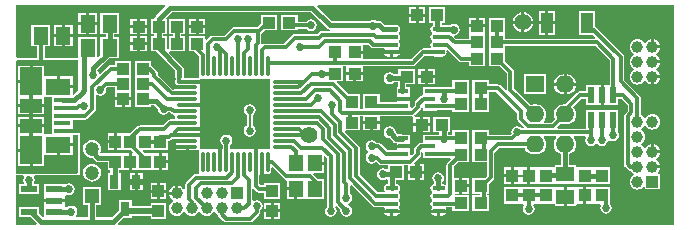
<source format=gtl>
G04 Layer_Physical_Order=1*
G04 Layer_Color=255*
%FSLAX23Y23*%
%MOIN*%
G70*
G01*
G75*
%ADD10R,0.043X0.039*%
%ADD11R,0.022X0.057*%
%ADD12R,0.057X0.022*%
%ADD13R,0.039X0.043*%
%ADD14R,0.051X0.059*%
%ADD15R,0.039X0.067*%
%ADD16O,0.012X0.071*%
%ADD17O,0.071X0.012*%
%ADD18R,0.033X0.016*%
%ADD19R,0.047X0.055*%
%ADD20R,0.075X0.094*%
%ADD21R,0.075X0.046*%
%ADD22R,0.054X0.018*%
%ADD23R,0.083X0.058*%
%ADD24R,0.059X0.051*%
%ADD25O,0.041X0.016*%
%ADD26R,0.031X0.047*%
%ADD27C,0.016*%
%ADD28C,0.012*%
%ADD29C,0.008*%
%ADD30C,0.020*%
%ADD31C,0.014*%
%ADD32C,0.055*%
%ADD33C,0.039*%
%ADD34R,0.039X0.039*%
%ADD35R,0.039X0.039*%
%ADD36O,0.062X0.055*%
%ADD37R,0.062X0.055*%
%ADD38C,0.047*%
%ADD39R,0.047X0.047*%
%ADD40C,0.027*%
G36*
X2352Y850D02*
X501D01*
X499Y855D01*
X517Y873D01*
X546D01*
Y879D01*
X608D01*
Y867D01*
X660D01*
Y922D01*
X608D01*
Y911D01*
X546D01*
Y932D01*
X502D01*
Y898D01*
X478Y874D01*
X427D01*
Y915D01*
X443D01*
Y974D01*
X383D01*
Y915D01*
X399D01*
Y874D01*
X360D01*
X358Y878D01*
X358Y879D01*
X362Y885D01*
X364Y893D01*
X362Y901D01*
X358Y907D01*
X352Y911D01*
X344Y913D01*
X336Y911D01*
X330Y907D01*
X330Y907D01*
X325D01*
X322Y909D01*
Y913D01*
X322Y914D01*
Y925D01*
X253D01*
Y914D01*
X253Y913D01*
Y909D01*
X253Y908D01*
Y878D01*
X248Y876D01*
X237Y887D01*
Y909D01*
X168D01*
Y876D01*
X208D01*
X229Y855D01*
X227Y850D01*
X161D01*
Y1014D01*
X184D01*
X187Y1009D01*
X185Y1006D01*
X183Y998D01*
X185Y990D01*
X186Y989D01*
X183Y984D01*
X168D01*
Y951D01*
X237D01*
Y984D01*
X223D01*
X220Y989D01*
X221Y990D01*
X223Y998D01*
X221Y1006D01*
X219Y1009D01*
X222Y1014D01*
X364D01*
X368Y1015D01*
X372Y1019D01*
X374Y1024D01*
Y1149D01*
X372Y1154D01*
X367Y1156D01*
X348D01*
X348Y1156D01*
Y1157D01*
X314D01*
Y1167D01*
X348D01*
Y1200D01*
X390D01*
X390Y1200D01*
X395Y1201D01*
X399Y1204D01*
X422Y1227D01*
X425Y1231D01*
X426Y1236D01*
X426Y1236D01*
Y1281D01*
X431Y1283D01*
X433Y1282D01*
X441Y1280D01*
X449Y1282D01*
X455Y1286D01*
X459Y1292D01*
X461Y1300D01*
X460Y1303D01*
X464Y1307D01*
X489D01*
Y1293D01*
X489D01*
Y1274D01*
X544D01*
Y1295D01*
X544D01*
Y1343D01*
Y1395D01*
X489D01*
Y1382D01*
X475D01*
X475Y1382D01*
X470Y1381D01*
X466Y1379D01*
X466Y1379D01*
X441Y1353D01*
X436Y1355D01*
X435Y1357D01*
X431Y1363D01*
Y1365D01*
X471Y1405D01*
X504D01*
Y1476D01*
X487D01*
Y1485D01*
X504D01*
Y1556D01*
X441D01*
Y1485D01*
X458D01*
Y1476D01*
X441D01*
Y1415D01*
X434Y1408D01*
X429Y1410D01*
Y1476D01*
X366D01*
Y1410D01*
X362Y1406D01*
X255Y1406D01*
Y1444D01*
X274D01*
Y1516D01*
X211D01*
Y1444D01*
X230D01*
Y1410D01*
X227Y1406D01*
X165D01*
X161Y1409D01*
Y1582D01*
X655D01*
X657Y1577D01*
X625Y1545D01*
X622Y1541D01*
X621Y1536D01*
X608D01*
Y1484D01*
X621D01*
Y1479D01*
X608D01*
Y1427D01*
X626D01*
X690Y1363D01*
Y1345D01*
X691Y1340D01*
X692Y1338D01*
Y1334D01*
X690Y1331D01*
X689Y1326D01*
X690Y1322D01*
X692Y1318D01*
Y1315D01*
X690Y1312D01*
X731D01*
Y1302D01*
X687D01*
X686Y1301D01*
X682Y1300D01*
X633Y1349D01*
Y1353D01*
X632Y1358D01*
X630Y1362D01*
X630Y1362D01*
X614Y1378D01*
X611Y1379D01*
Y1395D01*
X556D01*
Y1343D01*
Y1293D01*
Y1243D01*
X611D01*
Y1249D01*
X619D01*
X632Y1236D01*
X634Y1228D01*
X638Y1222D01*
X644Y1218D01*
X652Y1216D01*
X660Y1218D01*
X666Y1222D01*
X667Y1224D01*
X672Y1224D01*
X677Y1219D01*
X677Y1219D01*
X681Y1217D01*
X685Y1216D01*
X686D01*
X689Y1211D01*
X689Y1208D01*
X689Y1206D01*
X686Y1201D01*
X674D01*
X669Y1200D01*
X665Y1197D01*
X665Y1197D01*
X649Y1181D01*
X573D01*
X568Y1180D01*
X564Y1178D01*
X564Y1178D01*
X541Y1154D01*
X515D01*
Y1154D01*
X496D01*
Y1126D01*
Y1099D01*
X517D01*
Y1099D01*
X543D01*
X550Y1092D01*
X548Y1087D01*
X546D01*
Y1060D01*
Y1032D01*
X617D01*
Y1032D01*
X636D01*
Y1060D01*
Y1087D01*
X615D01*
Y1087D01*
X589D01*
X582Y1094D01*
X584Y1099D01*
X667D01*
Y1127D01*
X670Y1130D01*
X675Y1131D01*
X679Y1133D01*
X682Y1136D01*
X687Y1136D01*
X688Y1134D01*
X731D01*
Y1124D01*
X690D01*
X692Y1121D01*
Y1118D01*
X690Y1115D01*
X731D01*
Y1110D01*
X736D01*
Y1098D01*
X760D01*
X765Y1099D01*
X768Y1099D01*
X770Y1098D01*
X771Y1093D01*
X770Y1088D01*
Y1029D01*
X771Y1024D01*
X771Y1023D01*
X769Y1018D01*
X760D01*
X755Y1017D01*
X751Y1015D01*
X751Y1015D01*
X726Y990D01*
X724Y986D01*
X723Y981D01*
X723Y981D01*
Y968D01*
X718Y967D01*
X717Y968D01*
X713Y973D01*
X708Y977D01*
X702Y980D01*
X700Y980D01*
Y955D01*
X695D01*
Y950D01*
X670D01*
X670Y948D01*
X673Y942D01*
X677Y937D01*
X682Y933D01*
X682Y930D01*
Y930D01*
X682Y927D01*
X677Y923D01*
X673Y918D01*
X670Y912D01*
X669Y905D01*
X670Y898D01*
X673Y892D01*
X677Y887D01*
X682Y883D01*
X688Y880D01*
X695Y879D01*
X702Y880D01*
X708Y883D01*
X713Y887D01*
X717Y892D01*
X720Y892D01*
X720D01*
X723Y892D01*
X727Y887D01*
X732Y883D01*
X738Y880D01*
X745Y879D01*
X752Y880D01*
X758Y883D01*
X763Y887D01*
X767Y892D01*
X770Y892D01*
X770D01*
X773Y892D01*
X777Y887D01*
X782Y883D01*
X788Y880D01*
X795Y879D01*
X802Y880D01*
X808Y883D01*
X813Y887D01*
X817Y892D01*
X820Y892D01*
X820D01*
X823Y892D01*
X827Y887D01*
X832Y883D01*
X833Y882D01*
X834Y880D01*
X836Y876D01*
X851Y861D01*
X855Y859D01*
X860Y858D01*
X860Y858D01*
X940D01*
X940Y858D01*
X945Y859D01*
X949Y861D01*
X971Y883D01*
X973Y887D01*
X974Y892D01*
X974Y892D01*
Y897D01*
X976Y898D01*
X980Y904D01*
X982Y912D01*
X980Y920D01*
X976Y926D01*
X970Y930D01*
X962Y932D01*
X954Y930D01*
X952Y929D01*
X947Y932D01*
Y967D01*
X952Y969D01*
X962Y960D01*
X966Y957D01*
X970Y956D01*
X970Y956D01*
X987D01*
Y935D01*
X1039D01*
Y990D01*
X987D01*
Y981D01*
X975D01*
X971Y985D01*
Y1014D01*
X974Y1016D01*
Y1059D01*
X984D01*
Y1018D01*
X987Y1020D01*
X990D01*
X994Y1018D01*
X998Y1017D01*
X1003Y1018D01*
X1007Y1020D01*
X1009Y1024D01*
X1010Y1029D01*
Y1039D01*
X1015Y1041D01*
X1053Y1003D01*
X1057Y1001D01*
X1061Y1000D01*
X1063Y995D01*
Y974D01*
X1092D01*
Y969D01*
X1097D01*
Y935D01*
X1122D01*
Y935D01*
X1126D01*
Y935D01*
X1185D01*
Y1002D01*
X1165D01*
X1164Y1003D01*
X1164Y1003D01*
X1151Y1017D01*
X1153Y1022D01*
X1185D01*
Y1050D01*
X1155D01*
Y1060D01*
X1185D01*
Y1078D01*
X1189Y1080D01*
X1197Y1073D01*
Y910D01*
X1195Y909D01*
X1191Y903D01*
X1189Y895D01*
X1191Y887D01*
X1195Y881D01*
X1201Y877D01*
X1209Y875D01*
X1217Y877D01*
X1223Y881D01*
X1227Y887D01*
X1229Y895D01*
X1227Y903D01*
X1224Y908D01*
X1228Y911D01*
X1241Y898D01*
X1240Y896D01*
X1242Y888D01*
X1246Y882D01*
X1252Y878D01*
X1260Y876D01*
X1268Y878D01*
X1274Y882D01*
X1278Y888D01*
X1280Y896D01*
X1278Y904D01*
X1274Y910D01*
X1268Y914D01*
X1265Y915D01*
Y920D01*
X1269Y921D01*
X1275Y925D01*
X1279Y931D01*
X1281Y939D01*
X1279Y947D01*
X1275Y953D01*
X1273Y954D01*
Y979D01*
X1278Y982D01*
X1348Y912D01*
X1348Y912D01*
X1352Y909D01*
X1357Y908D01*
X1357Y908D01*
X1386D01*
X1386Y908D01*
X1388Y903D01*
X1386Y900D01*
X1386Y900D01*
X1438D01*
X1438Y900D01*
X1435Y904D01*
X1435Y906D01*
Y909D01*
X1435Y910D01*
X1438Y915D01*
X1439Y920D01*
X1438Y926D01*
X1435Y930D01*
X1435Y930D01*
Y936D01*
X1435Y936D01*
X1438Y940D01*
X1439Y946D01*
X1438Y951D01*
X1435Y956D01*
X1435Y957D01*
Y960D01*
X1435Y962D01*
X1438Y966D01*
X1439Y971D01*
X1438Y977D01*
X1435Y981D01*
X1430Y984D01*
X1426Y985D01*
Y999D01*
X1454D01*
Y1048D01*
X1466D01*
Y1030D01*
X1488D01*
Y1052D01*
X1487Y1056D01*
X1506Y1075D01*
X1506Y1075D01*
X1509Y1079D01*
X1510Y1084D01*
Y1092D01*
X1512Y1093D01*
X1517Y1090D01*
Y1072D01*
X1562D01*
Y1073D01*
X1607D01*
X1609Y1068D01*
X1597Y1056D01*
X1595Y1052D01*
X1594Y1047D01*
X1594Y1047D01*
Y985D01*
X1589Y983D01*
X1586Y984D01*
X1581Y985D01*
Y991D01*
X1585Y997D01*
X1587Y1005D01*
X1585Y1013D01*
X1581Y1019D01*
X1575Y1023D01*
X1567Y1025D01*
X1559Y1023D01*
X1553Y1019D01*
X1549Y1013D01*
X1547Y1005D01*
X1549Y997D01*
X1553Y991D01*
Y985D01*
X1550Y984D01*
X1545Y981D01*
X1542Y977D01*
X1541Y971D01*
X1542Y966D01*
X1545Y962D01*
X1545Y960D01*
Y957D01*
X1545Y956D01*
X1542Y951D01*
X1541Y946D01*
X1542Y940D01*
X1545Y936D01*
X1545Y936D01*
Y930D01*
X1545Y930D01*
X1542Y926D01*
X1541Y920D01*
X1542Y915D01*
X1545Y910D01*
X1545Y909D01*
Y906D01*
X1545Y904D01*
X1542Y900D01*
X1542Y900D01*
X1594D01*
X1594Y900D01*
X1592Y903D01*
X1594Y908D01*
X1594Y908D01*
X1614D01*
Y895D01*
X1669D01*
Y947D01*
X1626D01*
X1622Y952D01*
X1622Y952D01*
X1623Y953D01*
X1637D01*
Y979D01*
Y1005D01*
X1618D01*
Y1042D01*
X1633Y1057D01*
X1669D01*
Y1109D01*
X1669D01*
Y1112D01*
X1669D01*
Y1164D01*
X1614D01*
Y1150D01*
X1600D01*
X1599Y1150D01*
Y1157D01*
X1606D01*
Y1209D01*
X1551D01*
Y1157D01*
X1571D01*
Y1150D01*
X1570Y1150D01*
X1562D01*
Y1150D01*
X1517D01*
Y1123D01*
X1509D01*
X1509Y1123D01*
X1504Y1122D01*
X1500Y1119D01*
X1489Y1108D01*
X1486Y1104D01*
X1486Y1100D01*
X1486Y1100D01*
Y1089D01*
X1478Y1081D01*
X1473Y1083D01*
Y1106D01*
X1428D01*
Y1097D01*
X1398D01*
X1376Y1120D01*
X1372Y1122D01*
X1367Y1123D01*
X1367Y1123D01*
X1360D01*
X1359Y1125D01*
X1353Y1129D01*
X1345Y1131D01*
X1337Y1129D01*
X1331Y1125D01*
X1327Y1119D01*
X1325Y1111D01*
X1327Y1103D01*
X1331Y1097D01*
X1334Y1095D01*
Y1089D01*
X1331Y1087D01*
X1327Y1081D01*
X1325Y1073D01*
X1327Y1065D01*
X1331Y1059D01*
X1337Y1055D01*
X1345Y1053D01*
X1353Y1055D01*
X1359Y1059D01*
X1361Y1059D01*
X1368Y1051D01*
X1368Y1051D01*
X1372Y1049D01*
X1377Y1048D01*
X1399D01*
Y1036D01*
X1394Y1034D01*
X1390Y1036D01*
X1382Y1038D01*
X1374Y1036D01*
X1368Y1032D01*
X1364Y1026D01*
X1362Y1018D01*
X1364Y1010D01*
X1368Y1004D01*
X1374Y1000D01*
X1382Y998D01*
X1390Y1000D01*
X1393Y1002D01*
X1398Y999D01*
Y985D01*
X1394Y984D01*
X1389Y981D01*
X1386Y977D01*
X1385Y971D01*
X1386Y966D01*
X1388Y963D01*
X1386Y958D01*
X1386Y958D01*
X1365D01*
X1306Y1017D01*
Y1104D01*
X1305Y1109D01*
X1303Y1113D01*
X1303Y1113D01*
X1256Y1159D01*
X1258Y1164D01*
X1305D01*
Y1211D01*
X1317D01*
Y1195D01*
X1372D01*
Y1211D01*
X1480D01*
X1480Y1211D01*
X1484Y1207D01*
Y1188D01*
X1507D01*
Y1209D01*
X1489D01*
X1487Y1214D01*
X1488Y1214D01*
X1509Y1235D01*
X1509Y1235D01*
X1511Y1238D01*
X1512Y1240D01*
X1517Y1240D01*
Y1230D01*
X1562D01*
Y1232D01*
X1614D01*
Y1226D01*
X1669D01*
Y1278D01*
X1669D01*
Y1279D01*
X1669D01*
Y1331D01*
X1614D01*
Y1308D01*
X1562D01*
Y1309D01*
X1517D01*
Y1282D01*
X1513Y1281D01*
X1509Y1278D01*
X1509Y1278D01*
X1491Y1261D01*
X1489Y1257D01*
X1488Y1252D01*
X1488Y1252D01*
Y1248D01*
X1478Y1239D01*
X1473Y1241D01*
Y1265D01*
X1428D01*
Y1257D01*
X1372D01*
Y1284D01*
X1317D01*
Y1235D01*
X1305D01*
Y1284D01*
X1268D01*
X1229Y1323D01*
X1231Y1327D01*
X1249D01*
Y1377D01*
X1261D01*
Y1358D01*
X1316D01*
Y1377D01*
X1482D01*
X1482Y1377D01*
X1486Y1378D01*
X1490Y1381D01*
X1522Y1412D01*
X1548D01*
X1550Y1412D01*
X1555Y1410D01*
X1581D01*
X1586Y1412D01*
X1591Y1415D01*
X1594Y1419D01*
X1595Y1425D01*
X1594Y1429D01*
X1598Y1432D01*
X1598Y1432D01*
X1635Y1394D01*
X1635Y1394D01*
X1639Y1392D01*
X1644Y1391D01*
X1669D01*
Y1377D01*
X1724D01*
Y1429D01*
X1724D01*
Y1432D01*
X1724Y1432D01*
Y1482D01*
X1724Y1484D01*
Y1487D01*
X1724Y1489D01*
Y1508D01*
X1669D01*
Y1489D01*
X1669Y1487D01*
Y1484D01*
X1669Y1482D01*
Y1470D01*
X1627D01*
X1621Y1476D01*
X1623Y1481D01*
X1626Y1482D01*
X1632Y1486D01*
X1636Y1492D01*
X1638Y1500D01*
X1636Y1508D01*
X1632Y1514D01*
X1626Y1518D01*
X1618Y1520D01*
X1610Y1518D01*
X1606Y1516D01*
X1578D01*
Y1522D01*
X1591D01*
Y1574D01*
X1536D01*
Y1522D01*
X1550D01*
Y1515D01*
X1550Y1514D01*
X1545Y1511D01*
X1542Y1507D01*
X1541Y1501D01*
X1542Y1496D01*
X1545Y1492D01*
X1545Y1490D01*
Y1487D01*
X1545Y1486D01*
X1542Y1481D01*
X1541Y1476D01*
X1542Y1470D01*
X1545Y1466D01*
X1545Y1465D01*
Y1461D01*
X1545Y1460D01*
X1542Y1456D01*
X1541Y1450D01*
X1542Y1445D01*
X1544Y1442D01*
X1542Y1437D01*
X1542Y1437D01*
X1517D01*
X1517Y1437D01*
X1512Y1436D01*
X1508Y1433D01*
X1476Y1402D01*
X1316D01*
Y1420D01*
X1288D01*
Y1430D01*
X1316D01*
Y1450D01*
X1334D01*
X1342Y1442D01*
X1342Y1442D01*
X1346Y1439D01*
X1351Y1438D01*
X1351Y1438D01*
X1386D01*
X1386Y1438D01*
X1388Y1433D01*
X1386Y1430D01*
X1386Y1430D01*
X1438D01*
X1438Y1430D01*
X1435Y1434D01*
X1435Y1436D01*
Y1439D01*
X1435Y1440D01*
X1438Y1445D01*
X1439Y1450D01*
X1438Y1456D01*
X1435Y1460D01*
X1435Y1461D01*
Y1465D01*
X1435Y1466D01*
X1438Y1470D01*
X1439Y1476D01*
X1438Y1481D01*
X1435Y1486D01*
X1435Y1487D01*
Y1490D01*
X1435Y1492D01*
X1438Y1496D01*
X1439Y1501D01*
X1438Y1507D01*
X1435Y1511D01*
X1430Y1514D01*
X1425Y1516D01*
X1423D01*
X1423Y1516D01*
X1389D01*
X1381Y1524D01*
X1376Y1527D01*
X1371Y1528D01*
X1362D01*
X1358Y1531D01*
X1350Y1533D01*
X1342Y1531D01*
X1338Y1528D01*
X1212D01*
X1163Y1577D01*
X1165Y1582D01*
X2352D01*
Y850D01*
D02*
G37*
G36*
X1196Y1504D02*
X1201Y1501D01*
X1205Y1500D01*
X1204Y1495D01*
X1180D01*
X1175Y1494D01*
X1171Y1492D01*
X1171Y1492D01*
X1165Y1485D01*
X1090D01*
X1085Y1484D01*
X1081Y1482D01*
X1081Y1482D01*
X1053Y1453D01*
X988D01*
X988Y1453D01*
X983Y1452D01*
X981Y1451D01*
X980Y1451D01*
X977Y1454D01*
X977Y1456D01*
X977Y1456D01*
Y1486D01*
X988Y1497D01*
X1031D01*
Y1549D01*
X976D01*
Y1519D01*
X964Y1508D01*
X886D01*
X882Y1507D01*
X878Y1504D01*
X878Y1504D01*
X854Y1480D01*
X816D01*
X816Y1480D01*
X811Y1479D01*
X807Y1477D01*
X807Y1477D01*
X796Y1465D01*
X791Y1467D01*
Y1479D01*
X736D01*
Y1427D01*
X754D01*
X756Y1425D01*
X770Y1411D01*
Y1377D01*
Y1348D01*
X771Y1343D01*
X770Y1341D01*
X767Y1340D01*
X767Y1338D01*
X722D01*
X718Y1343D01*
X718Y1345D01*
Y1369D01*
X717Y1374D01*
X714Y1379D01*
X671Y1422D01*
X673Y1427D01*
X724D01*
Y1479D01*
X711D01*
Y1484D01*
X724D01*
Y1536D01*
X669D01*
Y1484D01*
X682D01*
Y1479D01*
X669D01*
Y1436D01*
X664Y1434D01*
X663Y1434D01*
Y1479D01*
X650D01*
Y1484D01*
X663D01*
Y1536D01*
X662D01*
X660Y1540D01*
X679Y1559D01*
X1141D01*
X1196Y1504D01*
D02*
G37*
G36*
X367Y1400D02*
Y1298D01*
X352Y1283D01*
X348Y1285D01*
Y1305D01*
X300D01*
Y1310D01*
X295D01*
Y1345D01*
X253D01*
Y1380D01*
X215D01*
Y1328D01*
X210D01*
Y1323D01*
X166D01*
Y1275D01*
Y1251D01*
X253D01*
Y1275D01*
X281D01*
Y1249D01*
Y1224D01*
Y1198D01*
Y1151D01*
X253D01*
Y1175D01*
X166D01*
Y1151D01*
Y1103D01*
X210D01*
Y1098D01*
X215D01*
Y1046D01*
X253D01*
Y1081D01*
X295D01*
Y1116D01*
X300D01*
Y1121D01*
X348D01*
Y1149D01*
X367D01*
Y1024D01*
X364Y1020D01*
X161D01*
Y1396D01*
X165Y1400D01*
X367Y1400D01*
D02*
G37*
G36*
X1005Y1103D02*
X964D01*
Y1059D01*
X954D01*
Y1103D01*
X873D01*
Y1115D01*
X875Y1116D01*
X879Y1122D01*
X880Y1130D01*
X879Y1138D01*
X875Y1144D01*
X868Y1148D01*
X860Y1150D01*
X853Y1148D01*
X846Y1144D01*
X842Y1138D01*
X841Y1130D01*
X842Y1122D01*
X846Y1116D01*
X848Y1115D01*
Y1103D01*
X846D01*
Y1059D01*
X836D01*
Y1103D01*
X773D01*
X772Y1104D01*
Y1109D01*
X772Y1110D01*
X772Y1111D01*
Y1129D01*
X772Y1129D01*
X772Y1130D01*
Y1144D01*
X731D01*
Y1154D01*
X772D01*
Y1164D01*
X731D01*
Y1174D01*
X772D01*
Y1188D01*
X772Y1188D01*
X772Y1189D01*
Y1207D01*
X772Y1208D01*
X772Y1209D01*
Y1227D01*
X772Y1228D01*
X772Y1229D01*
Y1243D01*
X731D01*
Y1253D01*
X772D01*
Y1266D01*
X772Y1267D01*
X772Y1268D01*
Y1286D01*
X772Y1287D01*
X772Y1288D01*
Y1306D01*
X772Y1307D01*
X772Y1307D01*
Y1321D01*
X731D01*
Y1331D01*
X772D01*
Y1335D01*
X1005D01*
Y1103D01*
D02*
G37*
%LPC*%
G36*
X348Y1111D02*
X305D01*
Y1081D01*
X348D01*
Y1111D01*
D02*
G37*
G36*
X2286Y1118D02*
Y1097D01*
X2306D01*
X2306Y1099D01*
X2303Y1105D01*
X2299Y1111D01*
X2294Y1115D01*
X2287Y1117D01*
X2286Y1118D01*
D02*
G37*
G36*
X486Y1121D02*
X465D01*
Y1099D01*
X486D01*
Y1121D01*
D02*
G37*
G36*
X726Y1105D02*
X690D01*
X692Y1101D01*
X696Y1099D01*
X701Y1098D01*
X726D01*
Y1105D01*
D02*
G37*
G36*
X667Y1087D02*
X646D01*
Y1065D01*
X667D01*
Y1087D01*
D02*
G37*
G36*
X1808Y1041D02*
X1787D01*
Y1018D01*
X1808D01*
Y1041D01*
D02*
G37*
G36*
X1521Y1020D02*
X1498D01*
Y999D01*
X1521D01*
Y1020D01*
D02*
G37*
G36*
Y1051D02*
X1498D01*
Y1030D01*
X1521D01*
Y1051D01*
D02*
G37*
G36*
X205Y1093D02*
X166D01*
Y1046D01*
X205D01*
Y1093D01*
D02*
G37*
G36*
X667Y1055D02*
X646D01*
Y1032D01*
X667D01*
Y1055D01*
D02*
G37*
G36*
X1405Y1178D02*
X1397Y1176D01*
X1391Y1172D01*
X1387Y1166D01*
X1385Y1158D01*
X1387Y1150D01*
X1391Y1144D01*
X1397Y1140D01*
X1405Y1138D01*
X1417Y1126D01*
X1421Y1123D01*
X1427Y1122D01*
X1428D01*
Y1116D01*
X1473D01*
Y1123D01*
Y1150D01*
X1447D01*
X1447Y1151D01*
X1432D01*
X1425Y1158D01*
X1423Y1166D01*
X1419Y1172D01*
X1413Y1176D01*
X1405Y1178D01*
D02*
G37*
G36*
X205Y1241D02*
X166D01*
Y1217D01*
X205D01*
Y1241D01*
D02*
G37*
G36*
X1539Y1209D02*
X1517D01*
Y1188D01*
X1539D01*
Y1209D01*
D02*
G37*
G36*
X253Y1209D02*
X215D01*
Y1185D01*
X253D01*
Y1209D01*
D02*
G37*
G36*
X544Y1264D02*
X522D01*
Y1243D01*
X544D01*
Y1264D01*
D02*
G37*
G36*
X512D02*
X489D01*
Y1243D01*
X512D01*
Y1264D01*
D02*
G37*
G36*
X253Y1241D02*
X215D01*
Y1217D01*
X253D01*
Y1241D01*
D02*
G37*
G36*
X205Y1209D02*
X166D01*
Y1185D01*
X205D01*
Y1209D01*
D02*
G37*
G36*
X1507Y1178D02*
X1484D01*
Y1157D01*
X1507D01*
Y1178D01*
D02*
G37*
G36*
X938Y1252D02*
X930Y1250D01*
X924Y1246D01*
X920Y1240D01*
X918Y1232D01*
X920Y1224D01*
X924Y1218D01*
X928Y1215D01*
Y1180D01*
X924Y1177D01*
X920Y1171D01*
X918Y1163D01*
X920Y1155D01*
X924Y1149D01*
X930Y1145D01*
X938Y1143D01*
X946Y1145D01*
X952Y1149D01*
X956Y1155D01*
X958Y1163D01*
X956Y1171D01*
X952Y1177D01*
X948Y1180D01*
Y1215D01*
X952Y1218D01*
X956Y1224D01*
X958Y1232D01*
X956Y1240D01*
X952Y1246D01*
X946Y1250D01*
X938Y1252D01*
D02*
G37*
G36*
X486Y1154D02*
X465D01*
Y1131D01*
X486D01*
Y1154D01*
D02*
G37*
G36*
X1372Y1185D02*
X1349D01*
Y1164D01*
X1372D01*
Y1185D01*
D02*
G37*
G36*
X1339D02*
X1317D01*
Y1164D01*
X1339D01*
Y1185D01*
D02*
G37*
G36*
X1539Y1178D02*
X1517D01*
Y1157D01*
X1539D01*
Y1178D01*
D02*
G37*
G36*
X1488Y1020D02*
X1466D01*
Y999D01*
X1488D01*
Y1020D01*
D02*
G37*
G36*
X660Y956D02*
X639D01*
Y934D01*
X660D01*
Y956D01*
D02*
G37*
G36*
X629D02*
X608D01*
Y934D01*
X629D01*
Y956D01*
D02*
G37*
G36*
X1039Y923D02*
X1018D01*
Y901D01*
X1039D01*
Y923D01*
D02*
G37*
G36*
X1087Y964D02*
X1063D01*
Y935D01*
X1087D01*
Y964D01*
D02*
G37*
G36*
X690Y980D02*
X688Y980D01*
X682Y977D01*
X677Y973D01*
X673Y968D01*
X670Y962D01*
X670Y960D01*
X690D01*
Y980D01*
D02*
G37*
G36*
X1669Y974D02*
X1647D01*
Y953D01*
X1669D01*
Y974D01*
D02*
G37*
G36*
X335Y987D02*
X327Y985D01*
X327Y985D01*
X322Y984D01*
Y984D01*
X322Y984D01*
X253D01*
Y952D01*
X253Y951D01*
Y947D01*
X253Y946D01*
Y935D01*
X322D01*
X322Y946D01*
X326Y950D01*
X327Y949D01*
X335Y947D01*
X343Y949D01*
X349Y953D01*
X353Y959D01*
X355Y967D01*
X353Y975D01*
X349Y981D01*
X343Y985D01*
X335Y987D01*
D02*
G37*
G36*
X1407Y890D02*
X1386D01*
X1386Y889D01*
X1389Y885D01*
X1394Y882D01*
X1399Y880D01*
X1407D01*
Y890D01*
D02*
G37*
G36*
X1039Y891D02*
X1018D01*
Y868D01*
X1039D01*
Y891D01*
D02*
G37*
G36*
X1008D02*
X987D01*
Y868D01*
X1008D01*
Y891D01*
D02*
G37*
G36*
X1438Y890D02*
X1417D01*
Y880D01*
X1425D01*
X1430Y882D01*
X1435Y885D01*
X1438Y889D01*
X1438Y890D01*
D02*
G37*
G36*
X1008Y923D02*
X987D01*
Y901D01*
X1008D01*
Y923D01*
D02*
G37*
G36*
X1594Y890D02*
X1573D01*
Y880D01*
X1581D01*
X1586Y882D01*
X1591Y885D01*
X1594Y889D01*
X1594Y890D01*
D02*
G37*
G36*
X1563D02*
X1542D01*
X1542Y889D01*
X1545Y885D01*
X1550Y882D01*
X1555Y880D01*
X1563D01*
Y890D01*
D02*
G37*
G36*
X1808Y1008D02*
X1787D01*
Y986D01*
X1808D01*
Y1008D01*
D02*
G37*
G36*
X1669Y1005D02*
X1647D01*
Y984D01*
X1669D01*
Y1005D01*
D02*
G37*
G36*
X2086Y974D02*
X2082Y974D01*
X2081Y974D01*
X2061D01*
Y947D01*
Y919D01*
X2081D01*
X2082Y919D01*
X2086Y919D01*
X2087Y919D01*
X2107D01*
X2109Y914D01*
X2108Y913D01*
X2106Y905D01*
X2108Y897D01*
X2112Y891D01*
X2118Y887D01*
X2126Y885D01*
X2134Y887D01*
X2140Y891D01*
X2144Y897D01*
X2146Y905D01*
X2144Y913D01*
X2140Y919D01*
X2138Y920D01*
Y926D01*
X2138Y928D01*
Y974D01*
X2087D01*
X2086Y974D01*
D02*
G37*
G36*
X1843Y1041D02*
X1839Y1041D01*
X1838Y1041D01*
X1818D01*
Y1013D01*
Y986D01*
X1838D01*
X1839Y986D01*
X1843Y986D01*
X1844Y986D01*
X1864D01*
Y1013D01*
Y1041D01*
X1844D01*
X1843Y1041D01*
D02*
G37*
G36*
X583Y1023D02*
X566D01*
Y998D01*
X583D01*
Y1023D01*
D02*
G37*
G36*
X556D02*
X540D01*
Y998D01*
X556D01*
Y1023D01*
D02*
G37*
G36*
X413Y1053D02*
X405Y1052D01*
X398Y1049D01*
X392Y1044D01*
X387Y1038D01*
X384Y1031D01*
X383Y1023D01*
X384Y1015D01*
X387Y1008D01*
X392Y1002D01*
X398Y997D01*
X405Y994D01*
X413Y993D01*
X421Y994D01*
X428Y997D01*
X434Y1002D01*
X439Y1008D01*
X442Y1015D01*
X443Y1023D01*
X442Y1031D01*
X439Y1038D01*
X434Y1044D01*
X428Y1049D01*
X421Y1052D01*
X413Y1053D01*
D02*
G37*
G36*
X583Y988D02*
X566D01*
Y964D01*
X583D01*
Y988D01*
D02*
G37*
G36*
X556D02*
X540D01*
Y964D01*
X556D01*
Y988D01*
D02*
G37*
G36*
X413Y1132D02*
X405Y1131D01*
X398Y1128D01*
X392Y1123D01*
X387Y1117D01*
X384Y1109D01*
X383Y1102D01*
X384Y1094D01*
X387Y1087D01*
X392Y1081D01*
X398Y1076D01*
X405Y1073D01*
X413Y1072D01*
X415Y1072D01*
X424Y1063D01*
X429Y1060D01*
X434Y1059D01*
X465D01*
Y1032D01*
X473D01*
Y1023D01*
X465D01*
Y964D01*
X508D01*
Y1023D01*
X502D01*
Y1032D01*
X536D01*
Y1060D01*
Y1087D01*
X465D01*
Y1087D01*
X444D01*
X441Y1092D01*
X442Y1094D01*
X443Y1102D01*
X442Y1109D01*
X439Y1117D01*
X434Y1123D01*
X428Y1128D01*
X421Y1131D01*
X413Y1132D01*
D02*
G37*
G36*
X629Y989D02*
X608D01*
Y966D01*
X629D01*
Y989D01*
D02*
G37*
G36*
X2030Y974D02*
X2027D01*
X2025Y974D01*
X1996D01*
Y943D01*
Y911D01*
X2027D01*
Y916D01*
X2030Y919D01*
X2032Y919D01*
X2051D01*
Y947D01*
Y974D01*
X2032D01*
X2030Y974D01*
D02*
G37*
G36*
X1895Y974D02*
Y974D01*
X1843D01*
Y974D01*
X1839D01*
Y974D01*
X1787D01*
Y919D01*
X1839D01*
Y919D01*
X1843D01*
Y919D01*
X1849D01*
X1852Y914D01*
X1850Y911D01*
X1848Y903D01*
X1850Y895D01*
X1854Y889D01*
X1860Y885D01*
X1868Y883D01*
X1876Y885D01*
X1882Y889D01*
X1886Y895D01*
X1888Y903D01*
X1886Y911D01*
X1884Y914D01*
X1887Y919D01*
X1895D01*
Y919D01*
X1899D01*
X1899Y919D01*
X1950D01*
X1951Y919D01*
X1955Y918D01*
Y911D01*
X1986D01*
Y943D01*
Y974D01*
X1956D01*
X1955Y974D01*
X1951D01*
X1950Y974D01*
X1899D01*
Y974D01*
X1895D01*
D02*
G37*
G36*
X660Y989D02*
X639D01*
Y966D01*
X660D01*
Y989D01*
D02*
G37*
G36*
X1882Y1519D02*
X1854D01*
Y1491D01*
X1858Y1491D01*
X1866Y1495D01*
X1873Y1500D01*
X1878Y1507D01*
X1882Y1515D01*
X1882Y1519D01*
D02*
G37*
G36*
X1844D02*
X1816D01*
X1816Y1515D01*
X1820Y1507D01*
X1825Y1500D01*
X1832Y1495D01*
X1840Y1491D01*
X1844Y1491D01*
Y1519D01*
D02*
G37*
G36*
X349Y1516D02*
X322D01*
Y1485D01*
X349D01*
Y1516D01*
D02*
G37*
G36*
X596Y1536D02*
X574D01*
Y1515D01*
X596D01*
Y1536D01*
D02*
G37*
G36*
X564D02*
X541D01*
Y1515D01*
X564D01*
Y1536D01*
D02*
G37*
G36*
X1098Y1549D02*
X1043D01*
Y1497D01*
X1098D01*
Y1502D01*
X1128D01*
X1129Y1500D01*
X1135Y1496D01*
X1143Y1494D01*
X1151Y1496D01*
X1157Y1500D01*
X1161Y1506D01*
X1163Y1514D01*
X1161Y1522D01*
X1157Y1528D01*
X1151Y1532D01*
X1143Y1534D01*
X1135Y1532D01*
X1129Y1528D01*
X1128Y1526D01*
X1098D01*
Y1549D01*
D02*
G37*
G36*
X312Y1516D02*
X286D01*
Y1485D01*
X312D01*
Y1516D01*
D02*
G37*
G36*
X758Y1505D02*
X736D01*
Y1484D01*
X758D01*
Y1505D01*
D02*
G37*
G36*
X596D02*
X574D01*
Y1484D01*
X596D01*
Y1505D01*
D02*
G37*
G36*
X564D02*
X541D01*
Y1484D01*
X564D01*
Y1505D01*
D02*
G37*
G36*
X429Y1515D02*
X403D01*
Y1485D01*
X429D01*
Y1515D01*
D02*
G37*
G36*
X393D02*
X366D01*
Y1485D01*
X393D01*
Y1515D01*
D02*
G37*
G36*
X791Y1505D02*
X768D01*
Y1484D01*
X791D01*
Y1505D01*
D02*
G37*
G36*
X758Y1536D02*
X736D01*
Y1515D01*
X758D01*
Y1536D01*
D02*
G37*
G36*
X1844Y1557D02*
X1840Y1557D01*
X1832Y1553D01*
X1825Y1548D01*
X1820Y1541D01*
X1816Y1533D01*
X1816Y1529D01*
X1844D01*
Y1557D01*
D02*
G37*
G36*
X1955Y1561D02*
X1934D01*
Y1527D01*
X1955D01*
Y1561D01*
D02*
G37*
G36*
X1924D02*
X1903D01*
Y1527D01*
X1924D01*
Y1561D01*
D02*
G37*
G36*
X1524Y1574D02*
X1502D01*
Y1553D01*
X1524D01*
Y1574D01*
D02*
G37*
G36*
X1492D02*
X1469D01*
Y1553D01*
X1492D01*
Y1574D01*
D02*
G37*
G36*
X1854Y1557D02*
Y1529D01*
X1882D01*
X1882Y1533D01*
X1878Y1541D01*
X1873Y1548D01*
X1866Y1553D01*
X1858Y1557D01*
X1854Y1557D01*
D02*
G37*
G36*
X429Y1556D02*
X403D01*
Y1525D01*
X429D01*
Y1556D01*
D02*
G37*
G36*
X1724Y1539D02*
X1702D01*
Y1518D01*
X1724D01*
Y1539D01*
D02*
G37*
G36*
X1692D02*
X1669D01*
Y1518D01*
X1692D01*
Y1539D01*
D02*
G37*
G36*
X791Y1536D02*
X768D01*
Y1515D01*
X791D01*
Y1536D01*
D02*
G37*
G36*
X393Y1556D02*
X366D01*
Y1525D01*
X393D01*
Y1556D01*
D02*
G37*
G36*
X1524Y1543D02*
X1502D01*
Y1522D01*
X1524D01*
Y1543D01*
D02*
G37*
G36*
X1492D02*
X1469D01*
Y1522D01*
X1492D01*
Y1543D01*
D02*
G37*
G36*
X1955Y1517D02*
X1934D01*
Y1483D01*
X1955D01*
Y1517D01*
D02*
G37*
G36*
X1995Y1351D02*
Y1322D01*
X2027D01*
X2026Y1326D01*
X2023Y1334D01*
X2017Y1341D01*
X2010Y1347D01*
X2002Y1350D01*
X1995Y1351D01*
D02*
G37*
G36*
X1985D02*
X1978Y1350D01*
X1970Y1347D01*
X1963Y1341D01*
X1957Y1334D01*
X1954Y1326D01*
X1953Y1322D01*
X1985D01*
Y1351D01*
D02*
G37*
G36*
X1556Y1338D02*
X1533D01*
Y1317D01*
X1556D01*
Y1338D01*
D02*
G37*
G36*
X205Y1380D02*
X166D01*
Y1333D01*
X205D01*
Y1380D01*
D02*
G37*
G36*
X1316Y1348D02*
X1293D01*
Y1327D01*
X1316D01*
Y1348D01*
D02*
G37*
G36*
X1283D02*
X1261D01*
Y1327D01*
X1283D01*
Y1348D01*
D02*
G37*
G36*
X1523Y1338D02*
X1501D01*
Y1317D01*
X1523D01*
Y1338D01*
D02*
G37*
G36*
X1927Y1351D02*
X1853D01*
Y1284D01*
X1927D01*
Y1351D01*
D02*
G37*
G36*
X2027Y1312D02*
X1995D01*
Y1284D01*
X2002Y1285D01*
X2010Y1288D01*
X2017Y1293D01*
X2023Y1300D01*
X2026Y1309D01*
X2027Y1312D01*
D02*
G37*
G36*
X1985D02*
X1953D01*
X1954Y1309D01*
X1957Y1300D01*
X1963Y1293D01*
X1970Y1288D01*
X1978Y1285D01*
X1985Y1284D01*
Y1312D01*
D02*
G37*
G36*
X2306Y1337D02*
X2286D01*
Y1317D01*
X2287Y1317D01*
X2294Y1320D01*
X2299Y1324D01*
X2303Y1329D01*
X2306Y1336D01*
X2306Y1337D01*
D02*
G37*
G36*
X2231Y1468D02*
X2224Y1467D01*
X2218Y1465D01*
X2212Y1461D01*
X2208Y1455D01*
X2206Y1449D01*
X2205Y1442D01*
X2206Y1436D01*
X2208Y1429D01*
X2212Y1424D01*
X2217Y1420D01*
X2218Y1417D01*
Y1417D01*
X2217Y1415D01*
X2212Y1411D01*
X2208Y1405D01*
X2206Y1399D01*
X2205Y1392D01*
X2206Y1386D01*
X2208Y1379D01*
X2212Y1374D01*
X2217Y1370D01*
X2218Y1367D01*
Y1367D01*
X2217Y1365D01*
X2212Y1361D01*
X2208Y1355D01*
X2206Y1349D01*
X2205Y1342D01*
X2206Y1336D01*
X2208Y1329D01*
X2212Y1324D01*
X2218Y1320D01*
X2224Y1317D01*
X2231Y1316D01*
X2237Y1317D01*
X2244Y1320D01*
X2249Y1324D01*
X2253Y1329D01*
X2256Y1330D01*
X2256D01*
X2258Y1329D01*
X2262Y1324D01*
X2268Y1320D01*
X2274Y1317D01*
X2276Y1317D01*
Y1342D01*
X2281D01*
Y1347D01*
X2306D01*
X2306Y1349D01*
X2303Y1355D01*
X2299Y1361D01*
X2294Y1365D01*
X2293Y1367D01*
Y1367D01*
X2294Y1370D01*
X2299Y1374D01*
X2303Y1379D01*
X2306Y1386D01*
X2306Y1387D01*
X2281D01*
Y1397D01*
X2306D01*
X2306Y1399D01*
X2303Y1405D01*
X2299Y1411D01*
X2294Y1415D01*
X2293Y1417D01*
Y1417D01*
X2294Y1420D01*
X2299Y1424D01*
X2303Y1429D01*
X2306Y1436D01*
X2306Y1437D01*
X2281D01*
Y1442D01*
X2276D01*
Y1468D01*
X2274Y1467D01*
X2268Y1465D01*
X2262Y1461D01*
X2258Y1456D01*
X2256Y1455D01*
X2256D01*
X2253Y1456D01*
X2249Y1461D01*
X2244Y1465D01*
X2237Y1467D01*
X2231Y1468D01*
D02*
G37*
G36*
X348Y1345D02*
X305D01*
Y1315D01*
X348D01*
Y1345D01*
D02*
G37*
G36*
X1523Y1369D02*
X1501D01*
Y1348D01*
X1523D01*
Y1369D01*
D02*
G37*
G36*
X564Y1479D02*
X541D01*
Y1458D01*
X564D01*
Y1479D01*
D02*
G37*
G36*
X2286Y1468D02*
Y1447D01*
X2306D01*
X2306Y1449D01*
X2303Y1455D01*
X2299Y1461D01*
X2294Y1465D01*
X2287Y1467D01*
X2286Y1468D01*
D02*
G37*
G36*
X349Y1475D02*
X322D01*
Y1444D01*
X349D01*
Y1475D01*
D02*
G37*
G36*
X1924Y1517D02*
X1903D01*
Y1483D01*
X1924D01*
Y1517D01*
D02*
G37*
G36*
X2089Y1561D02*
X2037D01*
Y1483D01*
X2083D01*
X2091Y1475D01*
X2089Y1470D01*
X1791D01*
Y1484D01*
X1791D01*
Y1487D01*
X1791D01*
Y1539D01*
X1736D01*
Y1487D01*
X1736D01*
Y1484D01*
X1736Y1484D01*
Y1434D01*
X1736Y1432D01*
Y1429D01*
X1736Y1427D01*
Y1377D01*
X1772D01*
X1795Y1354D01*
Y1301D01*
X1794Y1300D01*
X1790Y1298D01*
X1775Y1314D01*
X1771Y1316D01*
X1766Y1317D01*
X1766Y1317D01*
X1736D01*
Y1331D01*
X1681D01*
Y1279D01*
X1681D01*
Y1278D01*
X1681D01*
Y1226D01*
X1736D01*
Y1278D01*
X1736D01*
Y1279D01*
X1736D01*
Y1293D01*
X1761D01*
X1831Y1223D01*
Y1201D01*
X1831Y1201D01*
X1832Y1196D01*
X1834Y1192D01*
X1853Y1174D01*
X1851Y1169D01*
X1846D01*
X1845Y1171D01*
X1839Y1175D01*
X1831Y1177D01*
X1823Y1175D01*
X1817Y1171D01*
X1813Y1165D01*
X1811Y1157D01*
X1812Y1154D01*
X1808Y1150D01*
X1736D01*
Y1164D01*
X1681D01*
Y1112D01*
X1681D01*
Y1109D01*
X1681D01*
Y1057D01*
X1730D01*
Y1013D01*
X1722Y1005D01*
X1681D01*
Y953D01*
X1706D01*
Y947D01*
X1681D01*
Y895D01*
X1736D01*
Y947D01*
X1731D01*
Y953D01*
X1736D01*
Y985D01*
X1751Y999D01*
X1753Y1003D01*
X1754Y1008D01*
X1754Y1008D01*
Y1089D01*
X1770Y1105D01*
X1855D01*
X1857Y1100D01*
X1863Y1093D01*
X1870Y1088D01*
X1878Y1085D01*
X1887Y1084D01*
X1893D01*
X1902Y1085D01*
X1910Y1088D01*
X1917Y1093D01*
X1923Y1100D01*
X1926Y1109D01*
X1927Y1117D01*
X1926Y1126D01*
X1923Y1134D01*
X1919Y1140D01*
X1921Y1145D01*
X1959D01*
X1961Y1140D01*
X1957Y1134D01*
X1954Y1126D01*
X1953Y1117D01*
X1954Y1109D01*
X1957Y1100D01*
X1963Y1093D01*
X1970Y1088D01*
X1976Y1086D01*
Y1049D01*
X1955D01*
Y1042D01*
X1951Y1041D01*
X1951Y1041D01*
X1951Y1041D01*
X1900D01*
X1899Y1041D01*
X1895D01*
X1894Y1041D01*
X1874D01*
Y1013D01*
Y986D01*
X1894D01*
X1895Y986D01*
X1899D01*
X1900Y986D01*
X1951D01*
Y986D01*
X1955D01*
X1955Y986D01*
X2025D01*
X2027Y986D01*
X2030D01*
X2032Y986D01*
X2082D01*
Y986D01*
X2086D01*
Y986D01*
X2138D01*
Y1041D01*
X2086D01*
Y1041D01*
X2082D01*
X2082Y1041D01*
X2032D01*
X2030Y1041D01*
X2027Y1044D01*
Y1049D01*
X2004D01*
Y1086D01*
X2010Y1088D01*
X2017Y1093D01*
X2023Y1100D01*
X2026Y1109D01*
X2027Y1117D01*
X2026Y1126D01*
X2023Y1134D01*
X2019Y1140D01*
X2021Y1145D01*
X2056D01*
X2059Y1140D01*
X2058Y1139D01*
X2056Y1131D01*
X2058Y1123D01*
X2062Y1117D01*
X2068Y1113D01*
X2076Y1111D01*
X2084Y1113D01*
X2090Y1117D01*
X2092Y1119D01*
X2098D01*
X2099Y1117D01*
X2105Y1113D01*
X2113Y1111D01*
X2121Y1113D01*
X2127Y1117D01*
X2131Y1124D01*
X2133Y1130D01*
X2136Y1132D01*
X2138Y1133D01*
X2142Y1130D01*
X2150Y1128D01*
X2158Y1130D01*
X2164Y1134D01*
X2168Y1140D01*
X2170Y1148D01*
X2168Y1156D01*
X2167Y1157D01*
X2167Y1162D01*
X2167Y1162D01*
X2167Y1162D01*
Y1231D01*
X2135D01*
X2134Y1231D01*
X2130D01*
X2129Y1231D01*
X2096D01*
Y1231D01*
X2092D01*
Y1231D01*
X2059D01*
Y1169D01*
X1965D01*
X1963Y1174D01*
X1975Y1186D01*
X1978Y1185D01*
X1987Y1184D01*
X1993D01*
X2002Y1185D01*
X2010Y1188D01*
X2017Y1193D01*
X2023Y1200D01*
X2026Y1209D01*
X2027Y1217D01*
X2026Y1226D01*
X2023Y1234D01*
X2017Y1241D01*
X2017Y1243D01*
X2044Y1269D01*
X2059D01*
Y1247D01*
X2091D01*
X2092Y1247D01*
X2096D01*
X2097Y1247D01*
X2108D01*
Y1282D01*
Y1316D01*
X2097D01*
X2096Y1316D01*
X2092D01*
X2091Y1316D01*
X2059D01*
Y1294D01*
X2039D01*
X2039Y1294D01*
X2034Y1293D01*
X2030Y1290D01*
X1991Y1251D01*
X1987D01*
X1978Y1250D01*
X1970Y1247D01*
X1963Y1241D01*
X1957Y1234D01*
X1954Y1226D01*
X1953Y1217D01*
X1954Y1209D01*
X1957Y1201D01*
X1945Y1189D01*
X1919D01*
X1918Y1194D01*
X1923Y1200D01*
X1926Y1209D01*
X1927Y1217D01*
X1926Y1226D01*
X1923Y1234D01*
X1917Y1241D01*
X1910Y1247D01*
X1902Y1250D01*
X1893Y1251D01*
X1887D01*
X1878Y1250D01*
X1875Y1249D01*
X1819Y1305D01*
Y1359D01*
X1819Y1359D01*
X1818Y1364D01*
X1816Y1368D01*
X1816Y1368D01*
X1791Y1393D01*
Y1427D01*
X1791Y1429D01*
Y1432D01*
X1791Y1434D01*
Y1446D01*
X2090D01*
X2138Y1398D01*
Y1320D01*
X2135Y1316D01*
X2130Y1316D01*
X2129Y1316D01*
X2118D01*
Y1282D01*
Y1247D01*
X2129D01*
X2130Y1247D01*
X2134D01*
X2135Y1247D01*
X2167D01*
Y1269D01*
X2177D01*
X2199Y1248D01*
Y1229D01*
X2189Y1220D01*
X2187Y1216D01*
X2186Y1211D01*
X2186Y1211D01*
Y1051D01*
X2186Y1051D01*
X2187Y1046D01*
X2189Y1042D01*
X2198Y1034D01*
X2198Y1034D01*
X2202Y1031D01*
X2207Y1030D01*
X2207Y1030D01*
X2208D01*
X2208Y1029D01*
X2212Y1024D01*
X2217Y1020D01*
X2218Y1017D01*
Y1017D01*
X2217Y1015D01*
X2212Y1011D01*
X2208Y1005D01*
X2206Y999D01*
X2205Y992D01*
X2206Y986D01*
X2208Y979D01*
X2212Y974D01*
X2218Y970D01*
X2224Y967D01*
X2231Y966D01*
X2237Y967D01*
X2244Y970D01*
X2249Y974D01*
X2250Y975D01*
X2255Y974D01*
Y967D01*
X2306D01*
Y1018D01*
X2299D01*
X2298Y1023D01*
X2299Y1024D01*
X2303Y1029D01*
X2306Y1036D01*
X2306Y1037D01*
X2281D01*
Y1047D01*
X2306D01*
X2306Y1049D01*
X2303Y1055D01*
X2299Y1061D01*
X2294Y1065D01*
X2293Y1067D01*
Y1067D01*
X2294Y1070D01*
X2299Y1074D01*
X2303Y1079D01*
X2306Y1086D01*
X2306Y1087D01*
X2281D01*
Y1092D01*
X2276D01*
Y1118D01*
X2274Y1117D01*
X2268Y1115D01*
X2262Y1111D01*
X2258Y1106D01*
X2256Y1105D01*
X2256D01*
X2253Y1106D01*
X2249Y1111D01*
X2244Y1115D01*
X2243Y1117D01*
Y1117D01*
X2244Y1120D01*
X2249Y1124D01*
X2253Y1129D01*
X2256Y1136D01*
X2257Y1142D01*
X2256Y1149D01*
X2253Y1155D01*
X2249Y1161D01*
X2244Y1165D01*
X2243Y1167D01*
Y1167D01*
X2244Y1170D01*
X2249Y1174D01*
X2253Y1179D01*
X2256Y1180D01*
X2256D01*
X2258Y1179D01*
X2262Y1174D01*
X2268Y1170D01*
X2274Y1167D01*
X2281Y1166D01*
X2287Y1167D01*
X2294Y1170D01*
X2299Y1174D01*
X2303Y1179D01*
X2306Y1186D01*
X2307Y1192D01*
X2306Y1199D01*
X2303Y1205D01*
X2299Y1211D01*
X2294Y1215D01*
X2287Y1217D01*
X2281Y1218D01*
X2274Y1217D01*
X2268Y1215D01*
X2262Y1211D01*
X2258Y1206D01*
X2256Y1205D01*
X2256D01*
X2253Y1206D01*
X2249Y1211D01*
X2244Y1215D01*
X2243Y1215D01*
Y1271D01*
X2243Y1271D01*
X2242Y1276D01*
X2239Y1280D01*
X2187Y1332D01*
Y1408D01*
X2187Y1408D01*
X2186Y1413D01*
X2184Y1417D01*
X2184Y1417D01*
X2089Y1512D01*
Y1561D01*
D02*
G37*
G36*
X596Y1479D02*
X574D01*
Y1458D01*
X596D01*
Y1479D01*
D02*
G37*
G36*
X312Y1475D02*
X286D01*
Y1444D01*
X312D01*
Y1475D01*
D02*
G37*
G36*
X1407Y1420D02*
X1386D01*
X1386Y1419D01*
X1389Y1415D01*
X1394Y1412D01*
X1399Y1410D01*
X1407D01*
Y1420D01*
D02*
G37*
G36*
X1489Y1369D02*
X1434D01*
Y1352D01*
X1419D01*
X1412Y1356D01*
X1405Y1358D01*
X1397Y1356D01*
X1391Y1352D01*
X1386Y1345D01*
X1385Y1338D01*
X1386Y1330D01*
X1391Y1324D01*
X1397Y1319D01*
X1405Y1318D01*
X1412Y1319D01*
X1419Y1324D01*
X1419Y1324D01*
X1433D01*
Y1309D01*
X1428D01*
Y1281D01*
Y1275D01*
X1473D01*
Y1281D01*
Y1309D01*
X1461D01*
Y1317D01*
X1489D01*
Y1369D01*
D02*
G37*
G36*
X1556D02*
X1533D01*
Y1348D01*
X1556D01*
Y1369D01*
D02*
G37*
G36*
X596Y1448D02*
X574D01*
Y1427D01*
X596D01*
Y1448D01*
D02*
G37*
G36*
X564D02*
X541D01*
Y1427D01*
X564D01*
Y1448D01*
D02*
G37*
G36*
X1438Y1420D02*
X1417D01*
Y1410D01*
X1425D01*
X1430Y1412D01*
X1435Y1415D01*
X1438Y1419D01*
X1438Y1420D01*
D02*
G37*
%LPD*%
D10*
X1642Y979D02*
D03*
X1708D02*
D03*
X1462Y1343D02*
D03*
X1528D02*
D03*
X1512Y1183D02*
D03*
X1578D02*
D03*
X1563Y1548D02*
D03*
X1497D02*
D03*
X517Y1269D02*
D03*
X583D02*
D03*
X1288Y1425D02*
D03*
X1222D02*
D03*
Y1353D02*
D03*
X1288D02*
D03*
X1070Y1523D02*
D03*
X1004D02*
D03*
X1697Y1458D02*
D03*
X1763D02*
D03*
Y1513D02*
D03*
X1697D02*
D03*
X1642Y1252D02*
D03*
X1708D02*
D03*
Y1305D02*
D03*
X1642D02*
D03*
Y1083D02*
D03*
X1708D02*
D03*
Y1138D02*
D03*
X1642D02*
D03*
X517Y1319D02*
D03*
X583D02*
D03*
Y1369D02*
D03*
X517D02*
D03*
X635Y1453D02*
D03*
X569D02*
D03*
X1493Y1025D02*
D03*
X1427D02*
D03*
X635Y1510D02*
D03*
X569D02*
D03*
X697Y1453D02*
D03*
X763D02*
D03*
X1763Y1403D02*
D03*
X1697D02*
D03*
X1642Y921D02*
D03*
X1708D02*
D03*
X1344Y1190D02*
D03*
X1278D02*
D03*
Y1258D02*
D03*
X1344D02*
D03*
X763Y1510D02*
D03*
X697D02*
D03*
D11*
X2113Y1197D02*
D03*
X2076D02*
D03*
X2150D02*
D03*
X2076Y1282D02*
D03*
X2113D02*
D03*
X2150D02*
D03*
D12*
X203Y967D02*
D03*
Y893D02*
D03*
X287Y967D02*
D03*
Y930D02*
D03*
Y893D02*
D03*
D13*
X541Y1126D02*
D03*
Y1060D02*
D03*
X591Y1126D02*
D03*
Y1060D02*
D03*
X1013Y962D02*
D03*
Y896D02*
D03*
X641Y1060D02*
D03*
Y1126D02*
D03*
X1925Y1013D02*
D03*
Y947D02*
D03*
X1869D02*
D03*
Y1013D02*
D03*
X1813Y947D02*
D03*
Y1013D02*
D03*
X634Y961D02*
D03*
Y895D02*
D03*
X491Y1126D02*
D03*
Y1060D02*
D03*
X2056Y947D02*
D03*
Y1013D02*
D03*
X2112Y947D02*
D03*
Y1013D02*
D03*
D14*
X317Y1480D02*
D03*
X243D02*
D03*
X398Y1440D02*
D03*
X472D02*
D03*
Y1520D02*
D03*
X398D02*
D03*
D15*
X1929Y1522D02*
D03*
X2063D02*
D03*
D16*
X782Y1377D02*
D03*
X801D02*
D03*
X821D02*
D03*
X841D02*
D03*
X860D02*
D03*
X880D02*
D03*
X900D02*
D03*
X920D02*
D03*
X939D02*
D03*
X959D02*
D03*
X979D02*
D03*
X998D02*
D03*
Y1059D02*
D03*
X979D02*
D03*
X959D02*
D03*
X939D02*
D03*
X920D02*
D03*
X900D02*
D03*
X880D02*
D03*
X860D02*
D03*
X841D02*
D03*
X821D02*
D03*
X801D02*
D03*
X782D02*
D03*
D17*
X1049Y1326D02*
D03*
Y1307D02*
D03*
Y1287D02*
D03*
Y1267D02*
D03*
Y1248D02*
D03*
Y1228D02*
D03*
Y1208D02*
D03*
Y1188D02*
D03*
Y1169D02*
D03*
Y1149D02*
D03*
Y1129D02*
D03*
Y1110D02*
D03*
X731D02*
D03*
Y1129D02*
D03*
Y1149D02*
D03*
Y1169D02*
D03*
Y1188D02*
D03*
Y1208D02*
D03*
Y1228D02*
D03*
Y1248D02*
D03*
Y1267D02*
D03*
Y1287D02*
D03*
Y1307D02*
D03*
Y1326D02*
D03*
D18*
X1539Y1137D02*
D03*
Y1111D02*
D03*
Y1085D02*
D03*
X1451D02*
D03*
Y1111D02*
D03*
Y1137D02*
D03*
Y1295D02*
D03*
Y1270D02*
D03*
Y1244D02*
D03*
X1539D02*
D03*
Y1270D02*
D03*
Y1295D02*
D03*
D19*
X1155Y969D02*
D03*
X1092D02*
D03*
Y1055D02*
D03*
X1155D02*
D03*
D20*
X210Y1328D02*
D03*
Y1098D02*
D03*
D21*
Y1180D02*
D03*
Y1246D02*
D03*
D22*
X314Y1213D02*
D03*
Y1187D02*
D03*
Y1162D02*
D03*
Y1264D02*
D03*
Y1239D02*
D03*
D23*
X300Y1116D02*
D03*
Y1310D02*
D03*
D24*
X1991Y1017D02*
D03*
Y943D02*
D03*
D25*
X1568Y1425D02*
D03*
Y1450D02*
D03*
Y1476D02*
D03*
Y1501D02*
D03*
X1412Y1425D02*
D03*
Y1450D02*
D03*
Y1476D02*
D03*
Y1501D02*
D03*
Y971D02*
D03*
Y946D02*
D03*
Y920D02*
D03*
Y895D02*
D03*
X1568Y971D02*
D03*
Y946D02*
D03*
Y920D02*
D03*
Y895D02*
D03*
D26*
X561Y993D02*
D03*
X487D02*
D03*
X524Y903D02*
D03*
D27*
X1564Y1501D02*
X1623D01*
X1618Y1500D02*
X1622D01*
X1623Y1501D01*
X1567Y972D02*
Y1005D01*
X484Y860D02*
X525Y901D01*
X244Y860D02*
X484D01*
X203Y968D02*
Y998D01*
X203Y967D02*
X203Y968D01*
X417Y1349D02*
Y1371D01*
X472Y1426D01*
X386Y1297D02*
Y1429D01*
X1990Y1016D02*
Y1117D01*
X1933Y1016D02*
X1990D01*
X2056Y1013D02*
X2112D01*
X1578Y1183D02*
X1585Y1176D01*
X697Y1453D02*
Y1510D01*
X1564Y1501D02*
Y1534D01*
X635Y1438D02*
Y1453D01*
X434Y1073D02*
X482D01*
X420Y1087D02*
X434Y1073D01*
X420Y1087D02*
Y1095D01*
X211Y893D02*
X244Y860D01*
X203Y893D02*
X211D01*
X488Y991D02*
Y1052D01*
X413Y1088D02*
X420Y1095D01*
X635Y1510D02*
Y1535D01*
Y1453D02*
Y1510D01*
Y1535D02*
X673Y1573D01*
X378Y1289D02*
X386Y1297D01*
X353Y1264D02*
X378Y1289D01*
X472Y1440D02*
Y1520D01*
X287Y893D02*
X344D01*
X413Y862D02*
Y930D01*
X288Y967D02*
X335D01*
X287Y967D02*
X288Y967D01*
X1405Y1158D02*
X1427Y1136D01*
X315Y1264D02*
X353D01*
X1427Y1136D02*
X1447D01*
Y1296D02*
Y1334D01*
X1405Y1338D02*
X1462D01*
X593Y1263D02*
X625D01*
X652Y1236D01*
X704Y1345D02*
Y1369D01*
X635Y1438D02*
X704Y1369D01*
X673Y1573D02*
X1147D01*
X1412Y971D02*
Y1016D01*
X472Y1426D02*
Y1440D01*
X1371Y1514D02*
X1384Y1501D01*
X1423D01*
X1206Y1514D02*
X1371D01*
X1147Y1573D02*
X1206Y1514D01*
X1382Y1018D02*
X1422D01*
X1585Y1136D02*
Y1137D01*
Y1176D01*
Y1270D02*
Y1291D01*
D28*
X1622Y1458D02*
X1697D01*
X1604Y1476D02*
X1622Y1458D01*
X1557Y1476D02*
X1604D01*
X1644Y1403D02*
X1697D01*
X1597Y1450D02*
X1644Y1403D01*
X1557Y1450D02*
X1597D01*
X1557Y946D02*
X1600D01*
X1606Y952D02*
Y1047D01*
X1600Y946D02*
X1606Y952D01*
X1765Y1117D02*
X1890D01*
X1742Y1094D02*
X1765Y1117D01*
X1742Y1008D02*
Y1094D01*
X1718Y984D02*
X1742Y1008D01*
X1718Y908D02*
Y984D01*
X1606Y1047D02*
X1642Y1083D01*
X1533Y1085D02*
X1642D01*
X1261Y939D02*
Y984D01*
X1253Y992D02*
X1261Y984D01*
X1253Y992D02*
Y1090D01*
X1377Y1060D02*
X1474D01*
X1364Y1073D02*
X1377Y1060D01*
X1345Y1073D02*
X1364D01*
X664Y1267D02*
X731D01*
X612Y1319D02*
X664Y1267D01*
X583Y1319D02*
X612D01*
X678Y1287D02*
X731D01*
X621Y1344D02*
X678Y1287D01*
X1867Y1177D02*
X1950D01*
X1843Y1201D02*
X1867Y1177D01*
X1843Y1201D02*
Y1228D01*
X1813Y1138D02*
X1832Y1157D01*
X2073D01*
X1718Y1138D02*
X1813D01*
X2039Y1282D02*
X2076D01*
X1990Y1233D02*
X2039Y1282D01*
X1990Y1217D02*
Y1233D01*
X2076Y1131D02*
Y1197D01*
X2073Y1157D02*
X2074Y1156D01*
X1950Y1177D02*
X1990Y1217D01*
X2063Y1520D02*
X2175Y1408D01*
Y1327D02*
Y1408D01*
Y1327D02*
X2231Y1271D01*
X2095Y1458D02*
X2150Y1403D01*
Y1282D02*
Y1403D01*
X2182Y1282D02*
X2211Y1253D01*
X2150Y1282D02*
X2182D01*
X2211Y1224D02*
Y1253D01*
X2198Y1211D02*
X2211Y1224D01*
X2198Y1051D02*
Y1211D01*
X1766Y1305D02*
X1843Y1228D01*
X2198Y1051D02*
X2207Y1042D01*
X2231Y1192D02*
Y1271D01*
X2113Y1131D02*
Y1197D01*
X2150Y1152D02*
Y1197D01*
X1345Y1111D02*
X1367D01*
X1393Y1085D01*
X965Y1491D02*
X997Y1523D01*
X965Y1456D02*
Y1491D01*
X959Y1450D02*
X965Y1456D01*
X1090Y1473D02*
X1170D01*
X1058Y1441D02*
X1090Y1473D01*
X988Y1441D02*
X1058D01*
X979Y1432D02*
X988Y1441D01*
X2126Y905D02*
Y926D01*
X2108Y943D02*
X2112Y947D01*
X414Y1309D02*
X475Y1370D01*
X517D01*
X414Y1236D02*
Y1309D01*
X605Y1369D02*
X621Y1353D01*
Y1344D02*
Y1353D01*
X588Y1369D02*
X605D01*
X1014Y1059D02*
X1061Y1012D01*
X998Y1059D02*
X1014D01*
X1061Y1012D02*
X1138D01*
X1155Y995D01*
X1183Y1135D02*
Y1167D01*
X1162Y1188D02*
X1183Y1167D01*
X1049Y1188D02*
X1162D01*
X1183Y1135D02*
X1232Y1086D01*
X1168Y1208D02*
X1204Y1172D01*
Y1139D02*
Y1172D01*
X1049Y1208D02*
X1168D01*
X1204Y1139D02*
X1253Y1090D01*
X1177Y1228D02*
X1222Y1183D01*
Y1149D02*
Y1183D01*
Y1149D02*
X1273Y1098D01*
X1214Y1220D02*
X1241Y1193D01*
Y1157D02*
Y1193D01*
Y1157D02*
X1294Y1104D01*
X1104Y1169D02*
X1124Y1149D01*
X1049Y1169D02*
X1104D01*
X1144Y1248D02*
X1167Y1271D01*
X1049Y1248D02*
X1144D01*
X1214Y1220D02*
Y1248D01*
X1240Y1229D02*
Y1263D01*
Y1229D02*
X1246Y1223D01*
X1143Y1320D02*
X1215D01*
X1110Y1287D02*
X1143Y1320D01*
X1049Y1287D02*
X1110D01*
X1049Y1267D02*
X1126D01*
X1215Y1320D02*
X1281Y1254D01*
X1110Y1106D02*
X1181D01*
X1087Y1129D02*
X1110Y1106D01*
X1049Y1129D02*
X1087D01*
X1092Y1061D02*
Y1095D01*
X1077Y1110D02*
X1092Y1095D01*
X1049Y1110D02*
X1077D01*
X1049Y1149D02*
X1124D01*
X1049Y1228D02*
X1177D01*
X1181Y1106D02*
X1209Y1078D01*
X830Y1116D02*
X841Y1105D01*
Y1059D02*
Y1105D01*
X1232Y924D02*
Y1086D01*
Y924D02*
X1260Y896D01*
X1813Y947D02*
X1869D01*
X1868Y903D02*
Y946D01*
X1209Y895D02*
Y1078D01*
X1869Y947D02*
X1925D01*
X1246Y1223D02*
X1480D01*
X1294Y1012D02*
Y1104D01*
X704Y1328D02*
Y1345D01*
X999Y1390D02*
X1482D01*
X1222Y1390D02*
Y1425D01*
X666Y1324D02*
X683Y1307D01*
X652Y1236D02*
X677D01*
X685Y1228D01*
X731D01*
Y1326D02*
X795D01*
X683Y1307D02*
X731D01*
X782Y1377D02*
Y1416D01*
X764Y1434D02*
X782Y1416D01*
X764Y1434D02*
Y1459D01*
X458Y1319D02*
X517D01*
X654Y1169D02*
X674Y1188D01*
X573Y1169D02*
X654D01*
X541Y1137D02*
X573Y1169D01*
X541Y1126D02*
Y1137D01*
X674Y1188D02*
X731D01*
X541Y1118D02*
Y1126D01*
Y1118D02*
X587Y1072D01*
X638Y1142D02*
X670D01*
X591Y1126D02*
X641D01*
X674Y1110D02*
X731D01*
X677Y1124D02*
X677D01*
X683Y1129D01*
X731D01*
X673Y1120D02*
X677Y1124D01*
X689Y1149D02*
X731D01*
X677D02*
X689D01*
X670Y1142D02*
X677Y1149D01*
X1498Y1100D02*
X1509Y1111D01*
X1360Y946D02*
X1423D01*
X1294Y1012D02*
X1360Y946D01*
X1357Y920D02*
X1423D01*
X940Y870D02*
X962Y892D01*
Y912D01*
X935Y919D02*
Y1000D01*
X921Y905D02*
X935Y919D01*
X920Y1015D02*
X935Y1000D01*
X895Y905D02*
X921D01*
X735Y935D02*
Y981D01*
Y935D02*
X745Y925D01*
Y905D02*
Y925D01*
X735Y981D02*
X760Y1006D01*
X860Y870D02*
X940D01*
X845Y885D02*
X860Y870D01*
X845Y885D02*
Y905D01*
X760Y1006D02*
X863D01*
X775Y988D02*
X878D01*
X760Y973D02*
X775Y988D01*
X760Y940D02*
Y973D01*
Y940D02*
X795Y905D01*
X920Y1015D02*
Y1059D01*
X970Y968D02*
X1021D01*
X959Y980D02*
X970Y968D01*
X959Y980D02*
Y1059D01*
X1155Y969D02*
Y995D01*
X243Y1390D02*
Y1480D01*
X920Y1377D02*
Y1422D01*
X997Y1523D02*
X1004D01*
X689Y1159D02*
X699Y1169D01*
X689Y1149D02*
Y1159D01*
X699Y1169D02*
X794D01*
X979Y1000D02*
Y1059D01*
X863Y1006D02*
X880Y1024D01*
X878Y988D02*
X900Y1010D01*
Y1059D01*
X860Y1130D02*
X860Y1130D01*
Y1059D02*
Y1130D01*
X880Y1024D02*
Y1059D01*
X1079Y1514D02*
X1143D01*
X1480Y1223D02*
X1500Y1243D01*
X1345Y1245D02*
X1447D01*
X1272Y1193D02*
Y1221D01*
X1708Y1258D02*
Y1305D01*
X1049Y1326D02*
X1120D01*
X757Y1466D02*
X764Y1459D01*
X1049Y1307D02*
X1100D01*
X1557Y920D02*
X1639D01*
X979Y1377D02*
Y1432D01*
X315Y1161D02*
X375D01*
X210Y1098D02*
Y1327D01*
X731Y1248D02*
X810D01*
X959Y1059D02*
Y1132D01*
X1405Y1269D02*
X1483D01*
X1509Y1111D02*
X1533D01*
X1763Y1458D02*
Y1513D01*
X731Y1149D02*
X796D01*
X1447Y1111D02*
X1478D01*
X1501Y1134D01*
Y1144D01*
X1501Y1144D01*
Y1172D01*
X1147Y1353D02*
X1222D01*
X1367Y1425D02*
X1451D01*
X1501Y981D02*
Y1056D01*
X1718Y1083D02*
Y1138D01*
X1482Y1390D02*
X1517Y1425D01*
X1557D01*
X1100Y1307D02*
X1120Y1326D01*
X1147Y1353D01*
X801Y1377D02*
Y1453D01*
X1281Y1245D02*
Y1254D01*
X1273Y1004D02*
X1357Y920D01*
X1273Y1004D02*
Y1098D01*
X1339Y1462D02*
X1351Y1450D01*
X1412D01*
X1423D01*
X1359Y1476D02*
X1412D01*
Y1476D02*
X1423D01*
X1352Y1483D02*
X1359Y1476D01*
X933Y1435D02*
Y1470D01*
X920Y1422D02*
X933Y1435D01*
X900Y1377D02*
Y1467D01*
X898Y1469D02*
X900D01*
X959Y1377D02*
Y1450D01*
X886Y1495D02*
X969D01*
X801Y1453D02*
X816Y1468D01*
X859D02*
X886Y1495D01*
X816Y1468D02*
X859D01*
X841Y1377D02*
Y1439D01*
X860Y1420D01*
Y1377D02*
Y1420D01*
X439Y1300D02*
X458Y1319D01*
X315Y1212D02*
X390D01*
X414Y1236D01*
X362Y1238D02*
X370Y1246D01*
X315Y1238D02*
X362D01*
X370Y1246D02*
X387D01*
X439Y1300D02*
X441D01*
X1107Y1441D02*
X1168D01*
X1189Y1462D01*
X1339D01*
X1170Y1473D02*
X1180Y1483D01*
X1352D01*
X1393Y1085D02*
X1447D01*
X1474Y1060D02*
X1498Y1084D01*
Y1100D01*
X1539Y1244D02*
X1634D01*
X1500Y1243D02*
Y1252D01*
X1518Y1270D01*
X1539D01*
X1126Y1267D02*
X1157Y1298D01*
X1205D01*
X1240Y1263D01*
X2207Y1042D02*
X2231D01*
X1708Y1305D02*
X1708D01*
X1766D01*
X1763Y1458D02*
X2095D01*
X1763Y1403D02*
X1807Y1359D01*
Y1300D02*
Y1359D01*
Y1300D02*
X1890Y1217D01*
D29*
X1813Y1013D02*
X1869D01*
X938Y1163D02*
Y1232D01*
D30*
X525Y895D02*
X628D01*
X525Y992D02*
X592D01*
D31*
X1640Y1137D02*
X1642Y1138D01*
X1539Y1137D02*
X1585D01*
X1640D01*
X1539Y1295D02*
X1632D01*
D32*
X1136Y1149D02*
D03*
X1849Y1524D02*
D03*
D33*
X695Y905D02*
D03*
Y955D02*
D03*
X745Y905D02*
D03*
X795D02*
D03*
Y955D02*
D03*
X845Y905D02*
D03*
Y955D02*
D03*
X895Y905D02*
D03*
X2231Y992D02*
D03*
X2281Y1042D02*
D03*
X2231D02*
D03*
X2281Y1092D02*
D03*
X2231D02*
D03*
Y1142D02*
D03*
X2281Y1192D02*
D03*
X2231D02*
D03*
X2281Y1342D02*
D03*
X2231D02*
D03*
X2281Y1392D02*
D03*
X2231D02*
D03*
X2281Y1442D02*
D03*
X2231D02*
D03*
D34*
X895Y955D02*
D03*
D35*
X2281Y992D02*
D03*
D36*
X1890Y1117D02*
D03*
Y1217D02*
D03*
X1990Y1117D02*
D03*
Y1217D02*
D03*
Y1317D02*
D03*
D37*
X1890D02*
D03*
D38*
X413Y1023D02*
D03*
Y1102D02*
D03*
D39*
Y944D02*
D03*
D40*
X1618Y1500D02*
D03*
X1770Y1033D02*
D03*
X1567Y1005D02*
D03*
X1751Y1277D02*
D03*
X1831Y1157D02*
D03*
X2150Y1148D02*
D03*
X2076Y1131D02*
D03*
X2182Y1239D02*
D03*
X2043Y1241D02*
D03*
X1958Y1069D02*
D03*
X365Y1174D02*
D03*
X195Y929D02*
D03*
X203Y998D02*
D03*
X239Y929D02*
D03*
X335Y930D02*
D03*
X1491Y1132D02*
D03*
X1374Y1137D02*
D03*
X1345Y1111D02*
D03*
X1021Y1008D02*
D03*
X720Y1072D02*
D03*
X2126Y905D02*
D03*
X417Y1349D02*
D03*
X669Y1344D02*
D03*
X750Y1379D02*
D03*
X823Y1543D02*
D03*
X1214Y1248D02*
D03*
X1167Y1271D02*
D03*
X1627Y1188D02*
D03*
X1684Y1032D02*
D03*
X1467Y908D02*
D03*
X1769Y974D02*
D03*
X2223Y906D02*
D03*
X1868Y903D02*
D03*
X1261Y939D02*
D03*
X1209Y895D02*
D03*
X1585Y1270D02*
D03*
X1260Y896D02*
D03*
X1537Y1390D02*
D03*
X1510Y971D02*
D03*
X447Y1228D02*
D03*
X652Y1236D02*
D03*
X565Y938D02*
D03*
X640Y1380D02*
D03*
X559Y1558D02*
D03*
X523Y1453D02*
D03*
X1337Y1029D02*
D03*
X1107Y1441D02*
D03*
X525Y992D02*
D03*
X344Y893D02*
D03*
X962Y912D02*
D03*
X335Y967D02*
D03*
X185Y1495D02*
D03*
X285Y1564D02*
D03*
X1092Y915D02*
D03*
X860Y1130D02*
D03*
X803D02*
D03*
X1819Y1070D02*
D03*
X1143Y1514D02*
D03*
X1508Y1498D02*
D03*
X1405Y1158D02*
D03*
X1345Y1073D02*
D03*
X1455Y1183D02*
D03*
X1539Y1052D02*
D03*
X1585Y1136D02*
D03*
X1466Y1432D02*
D03*
X1590Y1338D02*
D03*
X943Y1534D02*
D03*
X1779Y1187D02*
D03*
X1350Y1348D02*
D03*
X1774Y1351D02*
D03*
X1348Y1422D02*
D03*
X1241Y1551D02*
D03*
X1350Y1513D02*
D03*
X1178Y1353D02*
D03*
X576Y864D02*
D03*
X483Y937D02*
D03*
X503Y1228D02*
D03*
X2070Y866D02*
D03*
X1933Y865D02*
D03*
X1493Y1292D02*
D03*
X1660Y1358D02*
D03*
X938Y1232D02*
D03*
Y1163D02*
D03*
X933Y1470D02*
D03*
X900Y1469D02*
D03*
X828Y1441D02*
D03*
X387Y1246D02*
D03*
X441Y1300D02*
D03*
X1313Y926D02*
D03*
X1170Y915D02*
D03*
X1289Y1147D02*
D03*
X1405Y1338D02*
D03*
X1382Y1018D02*
D03*
X595Y992D02*
D03*
X2114Y1367D02*
D03*
X2292Y1261D02*
D03*
X2018Y1069D02*
D03*
X2113Y1131D02*
D03*
X2013Y1521D02*
D03*
X2008Y1414D02*
D03*
X2080Y1395D02*
D03*
X1834Y1412D02*
D03*
X2147Y1485D02*
D03*
X2241Y1556D02*
D03*
M02*

</source>
